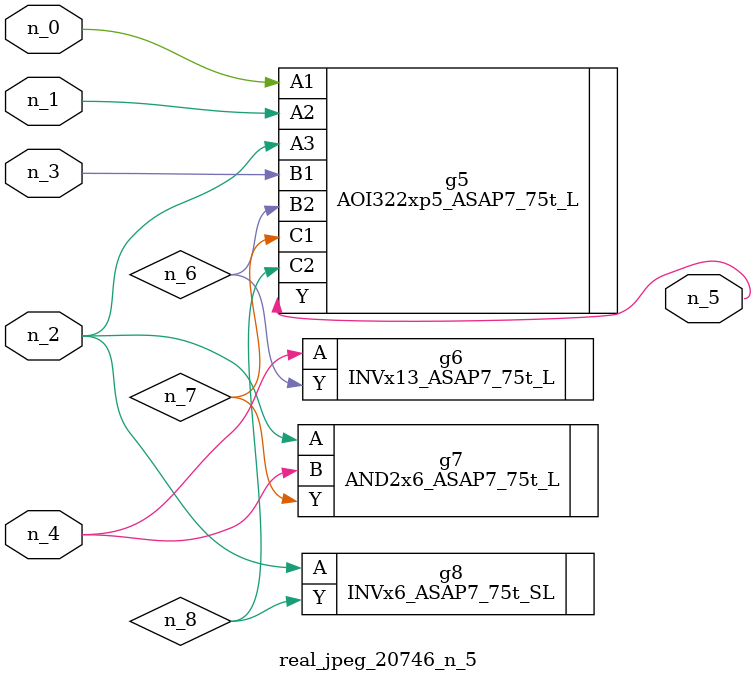
<source format=v>
module real_jpeg_20746_n_5 (n_4, n_0, n_1, n_2, n_3, n_5);

input n_4;
input n_0;
input n_1;
input n_2;
input n_3;

output n_5;

wire n_8;
wire n_6;
wire n_7;

AOI322xp5_ASAP7_75t_L g5 ( 
.A1(n_0),
.A2(n_1),
.A3(n_2),
.B1(n_3),
.B2(n_6),
.C1(n_7),
.C2(n_8),
.Y(n_5)
);

AND2x6_ASAP7_75t_L g7 ( 
.A(n_2),
.B(n_4),
.Y(n_7)
);

INVx6_ASAP7_75t_SL g8 ( 
.A(n_2),
.Y(n_8)
);

INVx13_ASAP7_75t_L g6 ( 
.A(n_4),
.Y(n_6)
);


endmodule
</source>
